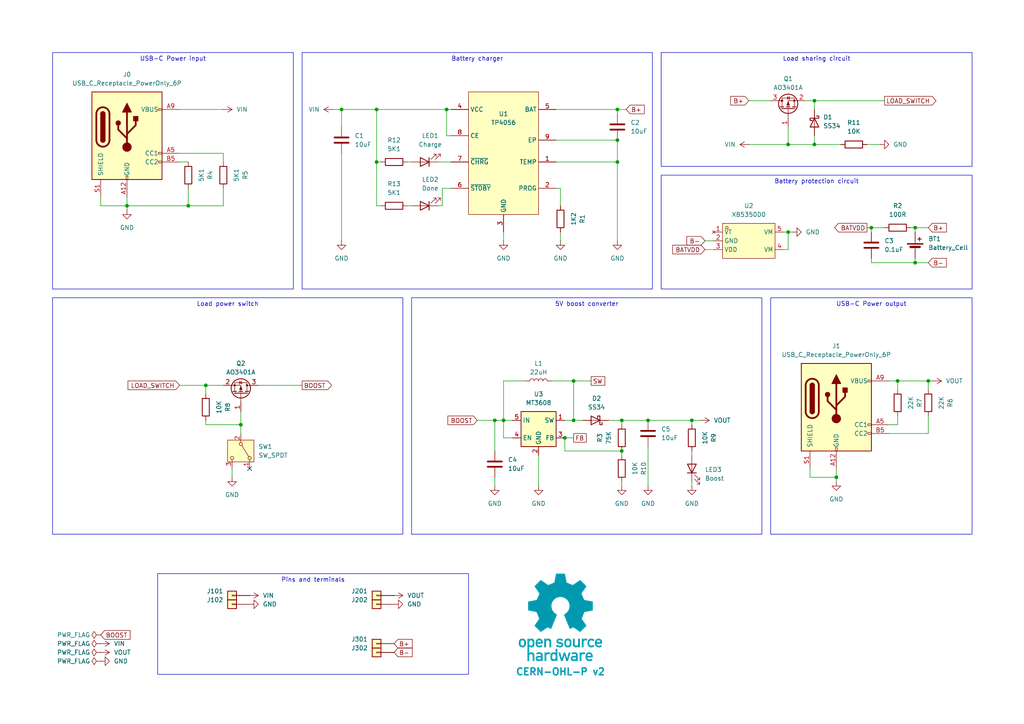
<source format=kicad_sch>
(kicad_sch (version 20231120) (generator "eeschema") (generator_version "8.0")
  (paper "A4")
  (lib_symbols
    (symbol "Conn_01x01_1" (pin_numbers hide) (pin_names (offset 1.016) hide)
      (property "Reference" "J" (at 0 2.54 0))
      (property "Value" "Conn_01x01" (at 0 -2.54 0))
      (symbol "Conn_01x01_1_1_1"
        (rectangle (start -1.27 0.127) (end 0 -0.127) (stroke (width 0.1524)))
        (rectangle (start -1.27 1.27) (end 1.27 -1.27) (stroke (width 0.254)) (fill (type background)))
        (pin passive line (at -5.08 0 0) (length 3.81) (name "Pin_1") (number "1"))
      )
    )
    (symbol "Connector:USB_C_Receptacle_PowerOnly_6P" (pin_names (offset 1.016))
      (property "Reference" "J" (at 0 16.51 0))
      (property "Value" "USB_C_Receptacle_PowerOnly_6P" (at 0 13.97 0))
      (symbol "USB_C_Receptacle_PowerOnly_6P_0_0"
        (rectangle (start -0.254 -12.7) (end 0.254 -11.684))
        (rectangle (start 10.16 -7.366) (end 9.144 -7.874))
        (rectangle (start 10.16 -4.826) (end 9.144 -5.334))
        (rectangle (start 10.16 7.874) (end 9.144 7.366))
      )
      (symbol "USB_C_Receptacle_PowerOnly_6P_0_1"
        (rectangle (start -10.16 12.7) (end 10.16 -12.7) (stroke (width 0.254)) (fill (type background)))
        (arc (start -8.89 -1.27) (mid -6.985 -3.1667) (end -5.08 -1.27) (stroke (width 0.508)))
        (arc (start -7.62 -1.27) (mid -6.985 -1.9023) (end -6.35 -1.27) (stroke (width 0.254)))
        (arc (start -7.62 -1.27) (mid -6.985 -1.9023) (end -6.35 -1.27) (stroke (width 0.254)) (fill (type outline)))
        (rectangle (start -7.62 -1.27) (end -6.35 6.35) (stroke (width 0.254)) (fill (type outline)))
        (arc (start -6.35 6.35) (mid -6.985 6.9823) (end -7.62 6.35) (stroke (width 0.254)))
        (arc (start -6.35 6.35) (mid -6.985 6.9823) (end -7.62 6.35) (stroke (width 0.254)) (fill (type outline)))
        (arc (start -5.08 6.35) (mid -6.985 8.2467) (end -8.89 6.35) (stroke (width 0.508)))
        (circle (center -2.54 3.683) (radius 0.635) (stroke (width 0.254)) (fill (type outline)))
        (circle (center 0 -3.302) (radius 1.27) (fill (type outline)))
        (polyline (pts (xy -8.89 -1.27) (xy -8.89 6.35)) (stroke (width 0.508)))
        (polyline (pts (xy -5.08 6.35) (xy -5.08 -1.27)) (stroke (width 0.508)))
        (polyline (pts (xy 0 -3.302) (xy 0 6.858)) (stroke (width 0.508)))
        (polyline (pts (xy 0 -0.762) (xy -2.54 1.778) (xy -2.54 3.048)) (stroke (width 0.508)))
        (polyline (pts (xy 0 0.508) (xy 2.54 3.048) (xy 2.54 4.318)) (stroke (width 0.508)))
        (polyline (pts (xy -1.27 6.858) (xy 0 9.398) (xy 1.27 6.858) (xy -1.27 6.858)) (stroke (width 0.254)) (fill (type outline)))
        (rectangle (start 1.905 4.318) (end 3.175 5.588) (stroke (width 0.254)) (fill (type outline)))
      )
      (symbol "USB_C_Receptacle_PowerOnly_6P_1_1"
        (pin passive line (at 0 -17.78 90) (length 5.08) (name "GND") (number "A12"))
        (pin bidirectional line (at 15.24 -5.08 180) (length 5.08) (name "CC1") (number "A5"))
        (pin passive line (at 15.24 7.62 180) (length 5.08) (name "VBUS") (number "A9"))
        (pin passive line (at 0 -17.78 90) (length 5.08) hide (name "GND") (number "B12"))
        (pin bidirectional line (at 15.24 -7.62 180) (length 5.08) (name "CC2") (number "B5"))
        (pin passive line (at 15.24 7.62 180) (length 5.08) hide (name "VBUS") (number "B9"))
        (pin passive line (at -7.62 -17.78 90) (length 5.08) (name "SHIELD") (number "S1"))
      )
    )
    (symbol "Connector_Generic:Conn_01x01" (pin_numbers hide) (pin_names (offset 1.016) hide)
      (property "Reference" "J" (at 0 2.54 0))
      (property "Value" "Conn_01x01" (at 0 -2.54 0))
      (symbol "Conn_01x01_1_1"
        (rectangle (start -1.27 0.127) (end 0 -0.127) (stroke (width 0.1524)))
        (rectangle (start -1.27 1.27) (end 1.27 -1.27) (stroke (width 0.254)) (fill (type background)))
        (pin passive line (at -5.08 0 0) (length 3.81) (name "Pin_1") (number "1"))
      )
    )
    (symbol "Device:Battery_Cell" (pin_numbers hide) (pin_names (offset 0) hide)
      (property "Reference" "BT" (at 2.54 2.54 0))
      (property "Value" "Battery_Cell" (at 2.54 0 0))
      (symbol "Battery_Cell_0_1"
        (rectangle (start -2.286 1.778) (end 2.286 1.524) (fill (type outline)))
        (rectangle (start -1.524 1.016) (end 1.524 0.508) (fill (type outline)))
        (polyline (pts (xy 0 0.762) (xy 0 0)))
        (polyline (pts (xy 0 1.778) (xy 0 2.54)))
        (polyline (pts (xy 0.762 3.048) (xy 1.778 3.048)) (stroke (width 0.254)))
        (polyline (pts (xy 1.27 3.556) (xy 1.27 2.54)) (stroke (width 0.254)))
      )
      (symbol "Battery_Cell_1_1"
        (pin passive line (at 0 5.08 270) (length 2.54) (name "+") (number "1"))
        (pin passive line (at 0 -2.54 90) (length 2.54) (name "-") (number "2"))
      )
    )
    (symbol "Device:C" (pin_numbers hide) (pin_names (offset 0.254))
      (property "Reference" "C" (at 0.635 2.54 0))
      (property "Value" "C" (at 0.635 -2.54 0))
      (symbol "C_0_1"
        (polyline (pts (xy -2.032 -0.762) (xy 2.032 -0.762)) (stroke (width 0.508)))
        (polyline (pts (xy -2.032 0.762) (xy 2.032 0.762)) (stroke (width 0.508)))
      )
      (symbol "C_1_1"
        (pin passive line (at 0 3.81 270) (length 2.794) (name "~") (number "1"))
        (pin passive line (at 0 -3.81 90) (length 2.794) (name "~") (number "2"))
      )
    )
    (symbol "Device:L" (pin_numbers hide) (pin_names (offset 1.016) hide)
      (property "Reference" "L" (at -1.27 0 90))
      (property "Value" "L" (at 1.905 0 90))
      (symbol "L_0_1"
        (arc (start 0 -2.54) (mid 0.6323 -1.905) (end 0 -1.27))
        (arc (start 0 -1.27) (mid 0.6323 -0.635) (end 0 0))
        (arc (start 0 0) (mid 0.6323 0.635) (end 0 1.27))
        (arc (start 0 1.27) (mid 0.6323 1.905) (end 0 2.54))
      )
      (symbol "L_1_1"
        (pin passive line (at 0 3.81 270) (length 1.27) (name "1") (number "1"))
        (pin passive line (at 0 -3.81 90) (length 1.27) (name "2") (number "2"))
      )
    )
    (symbol "Device:LED" (pin_numbers hide) (pin_names (offset 1.016) hide)
      (property "Reference" "D" (at 0 2.54 0))
      (property "Value" "LED" (at 0 -2.54 0))
      (symbol "LED_0_1"
        (polyline (pts (xy -1.27 -1.27) (xy -1.27 1.27)) (stroke (width 0.254)))
        (polyline (pts (xy -1.27 0) (xy 1.27 0)))
        (polyline (pts (xy 1.27 -1.27) (xy 1.27 1.27) (xy -1.27 0) (xy 1.27 -1.27)) (stroke (width 0.254)))
        (polyline (pts (xy -3.048 -0.762) (xy -4.572 -2.286) (xy -3.81 -2.286) (xy -4.572 -2.286) (xy -4.572 -1.524)))
        (polyline (pts (xy -1.778 -0.762) (xy -3.302 -2.286) (xy -2.54 -2.286) (xy -3.302 -2.286) (xy -3.302 -1.524)))
      )
      (symbol "LED_1_1"
        (pin passive line (at -3.81 0 0) (length 2.54) (name "K") (number "1"))
        (pin passive line (at 3.81 0 180) (length 2.54) (name "A") (number "2"))
      )
    )
    (symbol "Device:R" (pin_numbers hide) (pin_names (offset 0))
      (property "Reference" "R" (at 2.032 0 90))
      (property "Value" "R" (at 0 0 90))
      (symbol "R_0_1"
        (rectangle (start -1.016 -2.54) (end 1.016 2.54) (stroke (width 0.254)))
      )
      (symbol "R_1_1"
        (pin passive line (at 0 3.81 270) (length 1.27) (name "~") (number "1"))
        (pin passive line (at 0 -3.81 90) (length 1.27) (name "~") (number "2"))
      )
    )
    (symbol "Diode:SS34" (pin_numbers hide) (pin_names (offset 1.016) hide)
      (property "Reference" "D" (at 0 2.54 0))
      (property "Value" "SS34" (at 0 -2.54 0))
      (symbol "SS34_0_1"
        (polyline (pts (xy 1.27 0) (xy -1.27 0)))
        (polyline (pts (xy 1.27 1.27) (xy 1.27 -1.27) (xy -1.27 0) (xy 1.27 1.27)) (stroke (width 0.254)))
        (polyline (pts (xy -1.905 0.635) (xy -1.905 1.27) (xy -1.27 1.27) (xy -1.27 -1.27) (xy -0.635 -1.27) (xy -0.635 -0.635)) (stroke (width 0.254)))
      )
      (symbol "SS34_1_1"
        (pin passive line (at -3.81 0 0) (length 2.54) (name "K") (number "1"))
        (pin passive line (at 3.81 0 180) (length 2.54) (name "A") (number "2"))
      )
    )
    (symbol "Switch:SW_SPDT" (pin_names (offset 0) hide)
      (property "Reference" "SW" (at 0 5.08 0))
      (property "Value" "SW_SPDT" (at 0 -5.08 0))
      (symbol "SW_SPDT_0_1"
        (circle (center -2.032 0) (radius 0.4572))
        (polyline (pts (xy -1.651 0.254) (xy 1.651 2.286)))
        (circle (center 2.032 -2.54) (radius 0.4572))
        (circle (center 2.032 2.54) (radius 0.4572))
      )
      (symbol "SW_SPDT_1_1"
        (rectangle (start -3.175 3.81) (end 3.175 -3.81) (fill (type background)))
        (pin passive line (at 5.08 2.54 180) (length 2.54) (name "A") (number "1"))
        (pin passive line (at -5.08 0 0) (length 2.54) (name "B") (number "2"))
        (pin passive line (at 5.08 -2.54 180) (length 2.54) (name "C") (number "3"))
      )
    )
    (symbol "Transistor_FET:AO3401A" (pin_names hide)
      (property "Reference" "Q" (at 5.08 1.905 0))
      (property "Value" "AO3401A" (at 5.08 0 0))
      (symbol "AO3401A_0_1"
        (polyline (pts (xy 0.254 0) (xy -2.54 0)))
        (polyline (pts (xy 0.254 1.905) (xy 0.254 -1.905)) (stroke (width 0.254)))
        (polyline (pts (xy 0.762 -1.27) (xy 0.762 -2.286)) (stroke (width 0.254)))
        (polyline (pts (xy 0.762 0.508) (xy 0.762 -0.508)) (stroke (width 0.254)))
        (polyline (pts (xy 0.762 2.286) (xy 0.762 1.27)) (stroke (width 0.254)))
        (polyline (pts (xy 2.54 2.54) (xy 2.54 1.778)))
        (polyline (pts (xy 2.54 -2.54) (xy 2.54 0) (xy 0.762 0)))
        (polyline (pts (xy 0.762 1.778) (xy 3.302 1.778) (xy 3.302 -1.778) (xy 0.762 -1.778)))
        (polyline (pts (xy 2.286 0) (xy 1.27 0.381) (xy 1.27 -0.381) (xy 2.286 0)) (fill (type outline)))
        (polyline (pts (xy 2.794 -0.508) (xy 2.921 -0.381) (xy 3.683 -0.381) (xy 3.81 -0.254)))
        (polyline (pts (xy 3.302 -0.381) (xy 2.921 0.254) (xy 3.683 0.254) (xy 3.302 -0.381)))
        (circle (center 1.651 0) (radius 2.794) (stroke (width 0.254)))
        (circle (center 2.54 -1.778) (radius 0.254) (fill (type outline)))
        (circle (center 2.54 1.778) (radius 0.254) (fill (type outline)))
      )
      (symbol "AO3401A_1_1"
        (pin input line (at -5.08 0 0) (length 2.54) (name "G") (number "1"))
        (pin passive line (at 2.54 -5.08 90) (length 2.54) (name "S") (number "2"))
        (pin passive line (at 2.54 5.08 270) (length 2.54) (name "D") (number "3"))
      )
    )
    (symbol "lcsc:MT3608"
      (property "Reference" "U" (at -2.54 8.89 0))
      (property "Value" "MT3608" (at -3.81 6.35 0))
      (symbol "MT3608_0_1"
        (rectangle (start -5.08 5.08) (end 5.08 -5.08) (stroke (width 0.254)) (fill (type background)))
      )
      (symbol "MT3608_1_1"
        (pin passive line (at 7.62 2.54 180) (length 2.54) (name "SW") (number "1"))
        (pin power_in line (at 0 -7.62 90) (length 2.54) (name "GND") (number "2"))
        (pin input line (at 7.62 -2.54 180) (length 2.54) (name "FB") (number "3"))
        (pin input line (at -7.62 -2.54 0) (length 2.54) (name "EN") (number "4"))
        (pin power_in line (at -7.62 2.54 0) (length 2.54) (name "IN") (number "5"))
        (pin no_connect line (at 5.08 0 180) (length 2.54) hide (name "NC") (number "6"))
      )
    )
    (symbol "lcsc:TP4056"
      (property "Reference" "U" (at 0 20.32 0))
      (property "Value" "TP4056" (at 0 -25.4 0))
      (symbol "TP4056_0_1"
        (rectangle (start -10.16 20.32) (end 10.16 -15.24) (fill (type background)))
      )
      (symbol "TP4056_1_1"
        (pin input line (at 15.24 0 180) (length 5.08) (name "TEMP") (number "1"))
        (pin input line (at 15.24 -7.62 180) (length 5.08) (name "PROG") (number "2"))
        (pin power_in line (at 0 -20.32 90) (length 5.08) (name "GND") (number "3"))
        (pin power_in line (at -15.24 15.24 0) (length 5.08) (name "VCC") (number "4"))
        (pin power_out line (at 15.24 15.24 180) (length 5.08) (name "BAT") (number "5"))
        (pin open_collector line (at -15.24 -7.62 0) (length 5.08) (name "~{STDBY}") (number "6"))
        (pin open_collector line (at -15.24 0 0) (length 5.08) (name "~{CHRG}") (number "7"))
        (pin input line (at -15.24 7.62 0) (length 5.08) (name "CE") (number "8"))
        (pin power_in line (at 15.24 6.35 180) (length 5.08) (name "EP") (number "9"))
      )
    )
    (symbol "lcsc:XB5350D0"
      (property "Reference" "U" (at 0 7.62 0))
      (property "Value" "XB5350D0" (at 0 -7.62 0))
      (symbol "XB5350D0_0_1"
        (rectangle (start -7.62 5.08) (end 7.62 -5.08) (fill (type background)))
        (circle (center -6.35 3.81) (radius 0.38))
      )
      (symbol "XB5350D0_1_1"
        (pin no_connect line (at -10.16 2.54 0) (length 2.54) (name "VT") (number "1"))
        (pin input line (at -10.16 0 0) (length 2.54) (name "GND") (number "2"))
        (pin input line (at -10.16 -2.54 0) (length 2.54) (name "VDD") (number "3"))
        (pin input line (at 10.16 -2.54 180) (length 2.54) (name "VM") (number "4"))
        (pin input line (at 10.16 2.54 180) (length 2.54) (name "VM") (number "5"))
      )
    )
    (symbol "power:+5V" (power) (pin_numbers hide) (pin_names (offset 0) hide)
      (property "Value" "+5V" (at 0 3.556 0))
      (symbol "+5V_0_1"
        (polyline (pts (xy -0.762 1.27) (xy 0 2.54)))
        (polyline (pts (xy 0 0) (xy 0 2.54)))
        (polyline (pts (xy 0 2.54) (xy 0.762 1.27)))
      )
      (symbol "+5V_1_1"
        (pin power_in line (at 0 0 90) (length 0) (name "~") (number "1"))
      )
    )
    (symbol "power:GND" (power) (pin_numbers hide) (pin_names (offset 0) hide)
      (property "Value" "GND" (at 0 -3.81 0))
      (symbol "GND_0_1"
        (polyline (pts (xy 0 0) (xy 0 -1.27) (xy 1.27 -1.27) (xy 0 -2.54) (xy -1.27 -1.27) (xy 0 -1.27)))
      )
      (symbol "GND_1_1"
        (pin power_in line (at 0 0 270) (length 0) (name "~") (number "1"))
      )
    )
    (symbol "power:PWR_FLAG" (power) (pin_numbers hide) (pin_names (offset 0) hide)
      (property "Value" "PWR_FLAG" (at 0 3.81 0))
      (symbol "PWR_FLAG_0_0"
        (pin power_out line (at 0 0 90) (length 0) (name "~") (number "1"))
      )
      (symbol "PWR_FLAG_0_1"
        (polyline (pts (xy 0 0) (xy 0 1.27) (xy -1.016 1.905) (xy 0 2.54) (xy 1.016 1.905) (xy 0 1.27)))
      )
    )
    (symbol "power:VCC" (power) (pin_numbers hide) (pin_names (offset 0) hide)
      (property "Value" "VCC" (at 0 3.556 0))
      (symbol "VCC_0_1"
        (polyline (pts (xy -0.762 1.27) (xy 0 2.54)))
        (polyline (pts (xy 0 0) (xy 0 2.54)))
        (polyline (pts (xy 0 2.54) (xy 0.762 1.27)))
      )
      (symbol "VCC_1_1"
        (pin power_in line (at 0 0 90) (length 0) (name "~") (number "1"))
      )
    )
  )
  (junction (at 236.22 29.21))
  (junction (at 200.66 121.92))
  (junction (at 187.96 121.92))
  (junction (at 99.06 31.75))
  (junction (at 166.37 121.92))
  (junction (at 146.05 121.92))
  (junction (at 180.34 130.81))
  (junction (at 179.07 31.75))
  (junction (at 236.22 41.91))
  (junction (at 69.85 123.19))
  (junction (at 163.83 127))
  (junction (at 265.43 66.04))
  (junction (at 260.35 110.49))
  (junction (at 109.22 31.75))
  (junction (at 179.07 40.64))
  (junction (at 242.57 138.43))
  (junction (at 252.73 66.04))
  (junction (at 265.43 76.2))
  (junction (at 166.37 110.49))
  (junction (at 269.24 110.49))
  (junction (at 59.69 111.76))
  (junction (at 179.07 46.99))
  (junction (at 129.54 31.75))
  (junction (at 54.61 59.69))
  (junction (at 228.6 67.31))
  (junction (at 228.6 41.91))
  (junction (at 36.83 59.69))
  (junction (at 180.34 121.92))
  (junction (at 143.51 121.92))
  (junction (at 109.22 46.99))
  (no_connect (at 72.39 135.89))
  (wire (pts (xy 36.83 59.69) (xy 36.83 60.96)))
  (wire (pts (xy 160.02 110.49) (xy 166.37 110.49)))
  (wire (pts (xy 166.37 121.92) (xy 163.83 121.92)))
  (wire (pts (xy 228.6 72.39) (xy 228.6 67.31)))
  (wire (pts (xy 176.53 121.92) (xy 180.34 121.92)))
  (wire (pts (xy 163.83 130.81) (xy 180.34 130.81)))
  (wire (pts (xy 269.24 120.65) (xy 269.24 125.73)))
  (wire (pts (xy 143.51 130.81) (xy 143.51 121.92)))
  (wire (pts (xy 59.69 121.92) (xy 59.69 123.19)))
  (wire (pts (xy 179.07 46.99) (xy 179.07 40.64)))
  (wire (pts (xy 109.22 46.99) (xy 110.49 46.99)))
  (wire (pts (xy 128.27 54.61) (xy 130.81 54.61)))
  (wire (pts (xy 180.34 121.92) (xy 180.34 123.19)))
  (wire (pts (xy 29.21 57.15) (xy 29.21 59.69)))
  (wire (pts (xy 187.96 129.54) (xy 187.96 140.97)))
  (wire (pts (xy 242.57 135.89) (xy 242.57 138.43)))
  (wire (pts (xy 229.87 67.31) (xy 228.6 67.31)))
  (wire (pts (xy 228.6 36.83) (xy 228.6 41.91)))
  (wire (pts (xy 64.77 44.45) (xy 64.77 46.99)))
  (wire (pts (xy 64.77 59.69) (xy 54.61 59.69)))
  (wire (pts (xy 179.07 31.75) (xy 181.61 31.75)))
  (wire (pts (xy 148.59 127) (xy 146.05 127)))
  (wire (pts (xy 269.24 110.49) (xy 270.51 110.49)))
  (wire (pts (xy 146.05 127) (xy 146.05 121.92)))
  (wire (pts (xy 251.46 66.04) (xy 252.73 66.04)))
  (wire (pts (xy 242.57 138.43) (xy 242.57 139.7)))
  (wire (pts (xy 217.17 29.21) (xy 223.52 29.21)))
  (wire (pts (xy 179.07 33.02) (xy 179.07 31.75)))
  (wire (pts (xy 99.06 44.45) (xy 99.06 69.85)))
  (wire (pts (xy 162.56 54.61) (xy 162.56 59.69)))
  (wire (pts (xy 109.22 31.75) (xy 129.54 31.75)))
  (wire (pts (xy 161.29 46.99) (xy 179.07 46.99)))
  (wire (pts (xy 180.34 140.97) (xy 180.34 139.7)))
  (wire (pts (xy 130.81 39.37) (xy 129.54 39.37)))
  (wire (pts (xy 200.66 130.81) (xy 200.66 132.08)))
  (wire (pts (xy 129.54 31.75) (xy 130.81 31.75)))
  (wire (pts (xy 127 59.69) (xy 128.27 59.69)))
  (wire (pts (xy 162.56 67.31) (xy 162.56 69.85)))
  (wire (pts (xy 260.35 120.65) (xy 260.35 123.19)))
  (wire (pts (xy 59.69 114.3) (xy 59.69 111.76)))
  (wire (pts (xy 166.37 121.92) (xy 168.91 121.92)))
  (wire (pts (xy 67.31 135.89) (xy 67.31 138.43)))
  (wire (pts (xy 256.54 66.04) (xy 252.73 66.04)))
  (wire (pts (xy 236.22 41.91) (xy 228.6 41.91)))
  (wire (pts (xy 118.11 46.99) (xy 119.38 46.99)))
  (wire (pts (xy 265.43 76.2) (xy 269.24 76.2)))
  (wire (pts (xy 146.05 121.92) (xy 148.59 121.92)))
  (wire (pts (xy 99.06 31.75) (xy 109.22 31.75)))
  (wire (pts (xy 217.17 41.91) (xy 228.6 41.91)))
  (wire (pts (xy 180.34 130.81) (xy 180.34 132.08)))
  (wire (pts (xy 161.29 31.75) (xy 179.07 31.75)))
  (wire (pts (xy 143.51 138.43) (xy 143.51 140.97)))
  (wire (pts (xy 161.29 40.64) (xy 179.07 40.64)))
  (wire (pts (xy 166.37 110.49) (xy 171.45 110.49)))
  (wire (pts (xy 52.07 31.75) (xy 64.77 31.75)))
  (wire (pts (xy 146.05 67.31) (xy 146.05 69.85)))
  (wire (pts (xy 36.83 57.15) (xy 36.83 59.69)))
  (wire (pts (xy 52.07 44.45) (xy 64.77 44.45)))
  (wire (pts (xy 204.47 69.85) (xy 207.01 69.85)))
  (wire (pts (xy 29.21 59.69) (xy 36.83 59.69)))
  (wire (pts (xy 269.24 110.49) (xy 269.24 113.03)))
  (wire (pts (xy 227.33 72.39) (xy 228.6 72.39)))
  (wire (pts (xy 129.54 39.37) (xy 129.54 31.75)))
  (wire (pts (xy 52.07 111.76) (xy 59.69 111.76)))
  (wire (pts (xy 236.22 39.37) (xy 236.22 41.91)))
  (wire (pts (xy 260.35 110.49) (xy 260.35 113.03)))
  (wire (pts (xy 64.77 54.61) (xy 64.77 59.69)))
  (wire (pts (xy 52.07 46.99) (xy 54.61 46.99)))
  (wire (pts (xy 234.95 138.43) (xy 242.57 138.43)))
  (wire (pts (xy 200.66 121.92) (xy 203.2 121.92)))
  (wire (pts (xy 161.29 54.61) (xy 162.56 54.61)))
  (wire (pts (xy 54.61 54.61) (xy 54.61 59.69)))
  (wire (pts (xy 265.43 66.04) (xy 265.43 67.31)))
  (wire (pts (xy 234.95 135.89) (xy 234.95 138.43)))
  (wire (pts (xy 252.73 74.93) (xy 252.73 76.2)))
  (wire (pts (xy 163.83 127) (xy 166.37 127)))
  (wire (pts (xy 128.27 59.69) (xy 128.27 54.61)))
  (wire (pts (xy 109.22 31.75) (xy 109.22 46.99)))
  (wire (pts (xy 143.51 121.92) (xy 146.05 121.92)))
  (wire (pts (xy 252.73 76.2) (xy 265.43 76.2)))
  (wire (pts (xy 69.85 123.19) (xy 69.85 119.38)))
  (wire (pts (xy 251.46 41.91) (xy 255.27 41.91)))
  (wire (pts (xy 59.69 123.19) (xy 69.85 123.19)))
  (wire (pts (xy 180.34 121.92) (xy 187.96 121.92)))
  (wire (pts (xy 252.73 66.04) (xy 252.73 67.31)))
  (wire (pts (xy 236.22 29.21) (xy 236.22 31.75)))
  (wire (pts (xy 265.43 76.2) (xy 265.43 74.93)))
  (wire (pts (xy 233.68 29.21) (xy 236.22 29.21)))
  (wire (pts (xy 200.66 121.92) (xy 200.66 123.19)))
  (wire (pts (xy 179.07 69.85) (xy 179.07 46.99)))
  (wire (pts (xy 200.66 139.7) (xy 200.66 140.97)))
  (wire (pts (xy 69.85 123.19) (xy 69.85 125.73)))
  (wire (pts (xy 109.22 59.69) (xy 109.22 46.99)))
  (wire (pts (xy 264.16 66.04) (xy 265.43 66.04)))
  (wire (pts (xy 146.05 110.49) (xy 146.05 121.92)))
  (wire (pts (xy 74.93 111.76) (xy 87.63 111.76)))
  (wire (pts (xy 138.43 121.92) (xy 143.51 121.92)))
  (wire (pts (xy 99.06 31.75) (xy 99.06 36.83)))
  (wire (pts (xy 236.22 29.21) (xy 256.54 29.21)))
  (wire (pts (xy 110.49 59.69) (xy 109.22 59.69)))
  (wire (pts (xy 257.81 110.49) (xy 260.35 110.49)))
  (wire (pts (xy 54.61 59.69) (xy 36.83 59.69)))
  (wire (pts (xy 204.47 72.39) (xy 207.01 72.39)))
  (wire (pts (xy 163.83 127) (xy 163.83 130.81)))
  (wire (pts (xy 156.21 132.08) (xy 156.21 140.97)))
  (wire (pts (xy 265.43 66.04) (xy 269.24 66.04)))
  (wire (pts (xy 118.11 59.69) (xy 119.38 59.69)))
  (wire (pts (xy 166.37 110.49) (xy 166.37 121.92)))
  (wire (pts (xy 257.81 123.19) (xy 260.35 123.19)))
  (wire (pts (xy 260.35 110.49) (xy 269.24 110.49)))
  (wire (pts (xy 236.22 41.91) (xy 243.84 41.91)))
  (wire (pts (xy 228.6 67.31) (xy 227.33 67.31)))
  (wire (pts (xy 127 46.99) (xy 130.81 46.99)))
  (wire (pts (xy 96.52 31.75) (xy 99.06 31.75)))
  (wire (pts (xy 187.96 121.92) (xy 200.66 121.92)))
  (wire (pts (xy 146.05 110.49) (xy 152.4 110.49)))
  (wire (pts (xy 59.69 111.76) (xy 64.77 111.76)))
  (wire (pts (xy 257.81 125.73) (xy 269.24 125.73)))
  (image (at 162.56 179.07) (scale 0.37481))
  (text_box "Pins and terminals" (at 45.72 166.37 0) (size 90.17 29.21) (effects (font (size 1.27 1.27)) (justify top)))
  (text_box "Battery protection circuit" (at 191.77 50.8 0) (size 90.17 33.02) (effects (font (size 1.27 1.27)) (justify top)))
  (text_box "USB-C Power output" (at 223.52 86.36 0) (size 58.42 68.58) (effects (font (size 1.27 1.27)) (justify top)))
  (text_box "USB-C Power input" (at 15.24 15.24 0) (size 69.85 68.58) (effects (font (size 1.27 1.27)) (justify top)))
  (text_box "Load sharing circuit" (at 191.77 15.24 0) (size 90.17 33.02) (effects (font (size 1.27 1.27)) (justify top)))
  (text_box "Load power switch" (at 15.24 86.36 0) (size 101.6 68.58) (effects (font (size 1.27 1.27)) (justify top)))
  (text_box "Battery charger" (at 87.63 15.24 0) (size 101.6 68.58) (effects (font (size 1.27 1.27)) (justify top)))
  (text_box "5V boost converter\n" (at 119.38 86.36 0) (size 101.6 68.58) (effects (font (size 1.27 1.27)) (justify top)))
  (text "CERN-OHL-P v2" (at 162.56 195.072 0) (effects (font (size 2 2) (thickness 0.4) (bold yes))))
  (global_label "BOOST" (shape input) (at 29.21 184.15 0) (property "Intersheetrefs" "${INTERSHEET_REFS}" (effects (hide yes))))
  (global_label "LOAD_SWITCH" (shape input) (at 52.07 111.76 180) (property "Intersheetrefs" "${INTERSHEET_REFS}" (effects (hide yes))))
  (global_label "B-" (shape input) (at 114.3 189.23 0) (property "Intersheetrefs" "${INTERSHEET_REFS}" (effects (hide yes))))
  (global_label "SW" (shape passive) (at 171.45 110.49 0) (property "Intersheetrefs" "${INTERSHEET_REFS}" (effects (hide yes))))
  (global_label "B+" (shape input) (at 114.3 186.69 0) (property "Intersheetrefs" "${INTERSHEET_REFS}" (effects (hide yes))))
  (global_label "BOOST" (shape input) (at 138.43 121.92 180) (property "Intersheetrefs" "${INTERSHEET_REFS}" (effects (hide yes))))
  (global_label "FB" (shape passive) (at 166.37 127 0) (property "Intersheetrefs" "${INTERSHEET_REFS}" (effects (hide yes))))
  (global_label "B-" (shape input) (at 204.47 69.85 180) (property "Intersheetrefs" "${INTERSHEET_REFS}" (effects (hide yes))))
  (global_label "BATVDD" (shape input) (at 204.47 72.39 180) (property "Intersheetrefs" "${INTERSHEET_REFS}" (effects (hide yes))))
  (global_label "B+" (shape input) (at 181.61 31.75 0) (property "Intersheetrefs" "${INTERSHEET_REFS}" (effects (hide yes))))
  (global_label "B+" (shape input) (at 269.24 66.04 0) (property "Intersheetrefs" "${INTERSHEET_REFS}" (effects (hide yes))))
  (global_label "B-" (shape input) (at 269.24 76.2 0) (property "Intersheetrefs" "${INTERSHEET_REFS}" (effects (hide yes))))
  (global_label "B+" (shape input) (at 217.17 29.21 180) (property "Intersheetrefs" "${INTERSHEET_REFS}" (effects (hide yes))))
  (global_label "BOOST" (shape output) (at 87.63 111.76 0) (property "Intersheetrefs" "${INTERSHEET_REFS}" (effects (hide yes))))
  (global_label "BATVDD" (shape output) (at 251.46 66.04 180) (property "Intersheetrefs" "${INTERSHEET_REFS}" (effects (hide yes))))
  (global_label "LOAD_SWITCH" (shape output) (at 256.54 29.21 0) (property "Intersheetrefs" "${INTERSHEET_REFS}" (effects (hide yes))))
  (symbol (lib_id "power:GND") (at 200.66 140.97 0) (unit 1)
    (property "Reference" "#PWR024" (effects (hide yes)))
    (property "Value" "GND" (at 200.66 146.05 0))
    (property "Description" "Power symbol creates a global label with name \"GND\" , ground" (effects (hide yes)))
  )
  (symbol (lib_id "Device:R") (at 64.77 50.8 0) (mirror y) (unit 1)
    (property "Reference" "R5" (at 71.12 50.8 90))
    (property "Value" "5K1" (at 68.58 50.8 90))
    (property "Footprint" "Resistor_SMD:R_0402_1005Metric" (effects (hide yes)))
    (property "Description" "Resistor" (effects (hide yes)))
    (property "LCSC Part" "C25905" (effects (hide yes)))
  )
  (symbol (lib_id "Connector_Generic:Conn_01x01") (at 109.22 186.69 0) (mirror y) (unit 1)
    (property "Reference" "J301" (at 106.68 185.4199 0) (effects (justify left)))
    (property "Value" "Conn_01x01" (effects (hide yes)))
    (property "Footprint" "custom:PinHeader_1x01_P2.54mm_simple" (effects (hide yes)))
    (property "Description" "Generic connector, single row, 01x01, script generated (kicad-library-utils/schlib/autogen/connector/)" (effects (hide yes)))
  )
  (symbol (lib_id "power:+5V") (at 203.2 121.92 270) (unit 1)
    (property "Reference" "#PWR025" (effects (hide yes)))
    (property "Value" "VOUT" (at 207.01 121.9199 90) (effects (justify left)))
    (property "Description" "Power symbol creates a global label with name \"+5V\"" (effects (hide yes)))
  )
  (symbol (lib_id "Device:R") (at 247.65 41.91 90) (mirror x) (unit 1)
    (property "Reference" "R11" (at 247.65 35.56 90))
    (property "Value" "10K" (at 247.65 38.1 90))
    (property "Footprint" "Resistor_SMD:R_0402_1005Metric" (effects (hide yes)))
    (property "Description" "Resistor" (effects (hide yes)))
    (property "LCSC Part" "C25744" (effects (hide yes)))
  )
  (symbol (lib_id "Device:LED") (at 200.66 135.89 90) (unit 1)
    (property "Reference" "LED3" (at 204.47 136.2074 90) (effects (justify right)))
    (property "Value" "Boost" (at 204.47 138.7474 90) (effects (justify right)))
    (property "Footprint" "custom:LED_0805_2012Metric_Pad1.15x1.40mm_HandSolder_simple" (effects (hide yes)))
    (property "Description" "Light emitting diode" (effects (hide yes)))
  )
  (symbol (lib_id "Connector_Generic:Conn_01x01") (at 109.22 172.72 0) (mirror y) (unit 1)
    (property "Reference" "J201" (at 106.68 171.4499 0) (effects (justify left)))
    (property "Value" "Conn_01x01" (effects (hide yes)))
    (property "Footprint" "custom:PinHeader_1x01_P2.54mm_simple" (effects (hide yes)))
    (property "Description" "Generic connector, single row, 01x01, script generated (kicad-library-utils/schlib/autogen/connector/)" (effects (hide yes)))
  )
  (symbol (lib_id "Connector:USB_C_Receptacle_PowerOnly_6P") (at 242.57 118.11 0) (unit 1)
    (property "Reference" "J1" (at 242.57 100.33 0))
    (property "Value" "USB_C_Receptacle_PowerOnly_6P" (at 242.57 102.87 0))
    (property "Footprint" "custom:USB_C_Receptacle_GCT_USB4125-xx-x_6P_TopMnt_Horizontal_handsolder" (effects (hide yes)))
    (property "Datasheet" "https://www.usb.org/sites/default/files/documents/usb_type-c.zip" (effects (hide yes)))
    (property "Description" "USB Power-Only 6P Type-C Receptacle connector" (effects (hide yes)))
  )
  (symbol (lib_id "power:GND") (at 242.57 139.7 0) (unit 1)
    (property "Reference" "#PWR023" (effects (hide yes)))
    (property "Value" "GND" (at 242.57 144.78 0))
    (property "Description" "Power symbol creates a global label with name \"GND\" , ground" (effects (hide yes)))
  )
  (symbol (lib_id "Diode:SS34") (at 236.22 35.56 270) (unit 1)
    (property "Reference" "D1" (at 238.76 33.9724 90) (effects (justify left)))
    (property "Value" "SS34" (at 238.76 36.5124 90) (effects (justify left)))
    (property "Footprint" "custom:D_SMA_simple" (effects (hide yes)))
    (property "Datasheet" "https://www.vishay.com/docs/88751/ss32.pdf" (effects (hide yes)))
    (property "Description" "40V 3A Schottky Diode, SMA" (effects (hide yes)))
    (property "LCSC Part" "C8678" (effects (hide yes)))
  )
  (symbol (lib_id "Device:R") (at 114.3 46.99 90) (mirror x) (unit 1)
    (property "Reference" "R12" (at 114.3 40.64 90))
    (property "Value" "5K1" (at 114.3 43.18 90))
    (property "Footprint" "Resistor_SMD:R_0402_1005Metric" (effects (hide yes)))
    (property "Description" "Resistor" (effects (hide yes)))
    (property "LCSC Part" "C25905" (effects (hide yes)))
  )
  (symbol (lib_id "power:GND") (at 114.3 175.26 90) (mirror x) (unit 1)
    (property "Reference" "#PWR012" (effects (hide yes)))
    (property "Value" "GND" (at 118.11 175.2599 90) (effects (justify right)))
    (property "Description" "Power symbol creates a global label with name \"GND\" , ground" (effects (hide yes)))
  )
  (symbol (lib_id "Device:R") (at 200.66 127 0) (mirror y) (unit 1)
    (property "Reference" "R9" (at 207.01 127 90))
    (property "Value" "10K" (at 204.47 127 90))
    (property "Footprint" "Resistor_SMD:R_0402_1005Metric" (effects (hide yes)))
    (property "Description" "Resistor" (effects (hide yes)))
    (property "LCSC Part" "C25744" (effects (hide yes)))
  )
  (symbol (lib_id "power:GND") (at 162.56 69.85 0) (unit 1)
    (property "Reference" "#PWR022" (effects (hide yes)))
    (property "Value" "GND" (at 162.56 74.93 0))
    (property "Description" "Power symbol creates a global label with name \"GND\" , ground" (effects (hide yes)))
  )
  (symbol (lib_id "Device:C") (at 252.73 71.12 180) (unit 1)
    (property "Reference" "C3" (at 256.54 69.8499 0) (effects (justify right)))
    (property "Value" "0.1uF" (at 256.54 72.3899 0) (effects (justify right)))
    (property "Footprint" "Capacitor_SMD:C_0402_1005Metric" (effects (hide yes)))
    (property "Description" "Unpolarized capacitor" (effects (hide yes)))
    (property "LCSC Part" "C1525" (effects (hide yes)))
  )
  (symbol (lib_id "Device:R") (at 180.34 127 0) (mirror y) (unit 1)
    (property "Reference" "R3" (at 173.99 127 90))
    (property "Value" "75K" (at 176.53 127 90))
    (property "Footprint" "Resistor_SMD:R_0402_1005Metric" (effects (hide yes)))
    (property "Description" "Resistor" (effects (hide yes)))
    (property "LCSC Part" "C25798" (effects (hide yes)))
  )
  (symbol (lib_id "power:VCC") (at 29.21 186.69 270) (unit 1)
    (property "Reference" "#PWR01" (effects (hide yes)))
    (property "Value" "VIN" (at 33.02 186.69 90) (effects (justify left)))
    (property "Description" "Power symbol creates a global label with name \"VCC\"" (effects (hide yes)))
  )
  (symbol (lib_id "Transistor_FET:AO3401A") (at 69.85 114.3 270) (mirror x) (unit 1)
    (property "Reference" "Q2" (at 69.85 105.41 90))
    (property "Value" "AO3401A" (at 69.85 107.95 90))
    (property "Footprint" "Package_TO_SOT_SMD:SOT-23" (effects (hide yes)))
    (property "Datasheet" "http://www.aosmd.com/pdfs/datasheet/AO3401A.pdf" (effects (hide yes)))
    (property "Description" "-4.0A Id, -30V Vds, P-Channel MOSFET, SOT-23" (effects (hide yes)))
    (property "LCSC Part" "C15127" (effects (hide yes)))
    (property "JLCPCB_CORRECTION" "0; 0; 180" (effects (hide yes)))
  )
  (symbol (lib_id "power:GND") (at 72.39 175.26 90) (mirror x) (unit 1)
    (property "Reference" "#PWR07" (effects (hide yes)))
    (property "Value" "GND" (at 76.2 175.2599 90) (effects (justify right)))
    (property "Description" "Power symbol creates a global label with name \"GND\" , ground" (effects (hide yes)))
  )
  (symbol (lib_id "power:GND") (at 255.27 41.91 90) (unit 1)
    (property "Reference" "#PWR019" (effects (hide yes)))
    (property "Value" "GND" (at 259.08 41.9099 90) (effects (justify right)))
    (property "Description" "Power symbol creates a global label with name \"GND\" , ground" (effects (hide yes)))
  )
  (symbol (lib_id "Device:R") (at 180.34 135.89 0) (mirror y) (unit 1)
    (property "Reference" "R10" (at 186.69 135.89 90))
    (property "Value" "10K" (at 184.15 135.89 90))
    (property "Footprint" "Resistor_SMD:R_0402_1005Metric" (effects (hide yes)))
    (property "Description" "Resistor" (effects (hide yes)))
    (property "LCSC Part" "C25744" (effects (hide yes)))
  )
  (symbol (lib_id "Device:R") (at 59.69 118.11 0) (mirror y) (unit 1)
    (property "Reference" "R8" (at 66.04 118.11 90))
    (property "Value" "10K" (at 63.5 118.11 90))
    (property "Footprint" "Resistor_SMD:R_0402_1005Metric" (effects (hide yes)))
    (property "Description" "Resistor" (effects (hide yes)))
    (property "LCSC Part" "C25744" (effects (hide yes)))
  )
  (symbol (lib_id "power:GND") (at 67.31 138.43 0) (unit 1)
    (property "Reference" "#PWR020" (effects (hide yes)))
    (property "Value" "GND" (at 67.31 143.51 0))
    (property "Description" "Power symbol creates a global label with name \"GND\" , ground" (effects (hide yes)))
  )
  (symbol (lib_id "power:VCC") (at 64.77 31.75 270) (unit 1)
    (property "Reference" "#PWR017" (effects (hide yes)))
    (property "Value" "VIN" (at 68.58 31.7499 90) (effects (justify left)))
    (property "Description" "Power symbol creates a global label with name \"VCC\"" (effects (hide yes)))
  )
  (symbol (lib_id "power:GND") (at 99.06 69.85 0) (unit 1)
    (property "Reference" "#PWR014" (effects (hide yes)))
    (property "Value" "GND" (at 99.06 74.93 0))
    (property "Description" "Power symbol creates a global label with name \"GND\" , ground" (effects (hide yes)))
  )
  (symbol (lib_id "power:GND") (at 187.96 140.97 0) (unit 1)
    (property "Reference" "#PWR09" (effects (hide yes)))
    (property "Value" "GND" (at 187.96 146.05 0))
    (property "Description" "Power symbol creates a global label with name \"GND\" , ground" (effects (hide yes)))
  )
  (symbol (lib_id "lcsc:XB5350D0") (at 217.17 69.85 0) (unit 1)
    (property "Reference" "U2" (at 217.17 59.69 0))
    (property "Value" "XB5350D0" (at 217.17 62.23 0))
    (property "Footprint" "custom:SOT-23-5_simple" (effects (hide yes)))
    (property "Datasheet" "https://www.lcsc.com/datasheet/lcsc_datasheet_2106062205_XySemi-XB5350D0_C2760002.pdf" (effects (hide yes)))
    (property "JLCPCB_CORRECTION" "0; 0; 180" (effects (hide yes)))
    (property "LCSC Part" "C2760002" (effects (hide yes)))
  )
  (symbol (lib_id "Device:R") (at 114.3 59.69 90) (mirror x) (unit 1)
    (property "Reference" "R13" (at 114.3 53.34 90))
    (property "Value" "5K1" (at 114.3 55.88 90))
    (property "Footprint" "Resistor_SMD:R_0402_1005Metric" (effects (hide yes)))
    (property "Description" "Resistor" (effects (hide yes)))
    (property "LCSC Part" "C25905" (effects (hide yes)))
  )
  (symbol (lib_id "Diode:SS34") (at 172.72 121.92 180) (unit 1)
    (property "Reference" "D2" (at 173.0375 115.57 0))
    (property "Value" "SS34" (at 173.0375 118.11 0))
    (property "Footprint" "custom:D_SMA_simple" (effects (hide yes)))
    (property "Datasheet" "https://www.vishay.com/docs/88751/ss32.pdf" (effects (hide yes)))
    (property "Description" "40V 3A Schottky Diode, SMA" (effects (hide yes)))
    (property "LCSC Part" "C8678" (effects (hide yes)))
  )
  (symbol (lib_id "power:GND") (at 229.87 67.31 90) (unit 1)
    (property "Reference" "#PWR021" (effects (hide yes)))
    (property "Value" "GND" (at 233.68 67.3099 90) (effects (justify right)))
    (property "Description" "Power symbol creates a global label with name \"GND\" , ground" (effects (hide yes)))
  )
  (symbol (lib_id "Connector_Generic:Conn_01x01") (at 67.31 172.72 0) (mirror y) (unit 1)
    (property "Reference" "J101" (at 64.77 171.4499 0) (effects (justify left)))
    (property "Value" "Conn_01x01" (effects (hide yes)))
    (property "Footprint" "custom:PinHeader_1x01_P2.54mm_simple" (effects (hide yes)))
    (property "Description" "Generic connector, single row, 01x01, script generated (kicad-library-utils/schlib/autogen/connector/)" (effects (hide yes)))
  )
  (symbol (lib_id "Transistor_FET:AO3401A") (at 228.6 31.75 90) (unit 1)
    (property "Reference" "Q1" (at 228.6 22.86 90))
    (property "Value" "AO3401A" (at 228.6 25.4 90))
    (property "Footprint" "Package_TO_SOT_SMD:SOT-23" (effects (hide yes)))
    (property "Datasheet" "http://www.aosmd.com/pdfs/datasheet/AO3401A.pdf" (effects (hide yes)))
    (property "Description" "-4.0A Id, -30V Vds, P-Channel MOSFET, SOT-23" (effects (hide yes)))
    (property "LCSC Part" "C15127" (effects (hide yes)))
    (property "JLCPCB_CORRECTION" "0; 0; 180" (effects (hide yes)))
  )
  (symbol (lib_id "Device:R") (at 162.56 63.5 0) (mirror y) (unit 1)
    (property "Reference" "R1" (at 168.91 63.5 90))
    (property "Value" "1K2" (at 166.37 63.5 90))
    (property "Footprint" "Resistor_SMD:R_0805_2012Metric_Pad1.20x1.40mm_HandSolder" (effects (hide yes)))
    (property "Description" "Resistor" (effects (hide yes)))
    (property "LCSC Part" "C17379" (effects (hide yes)))
  )
  (symbol (lib_id "Device:C") (at 99.06 40.64 0) (unit 1)
    (property "Reference" "C1" (at 102.87 39.3699 0) (effects (justify left)))
    (property "Value" "10uF" (at 102.87 41.9099 0) (effects (justify left)))
    (property "Footprint" "Capacitor_SMD:C_0603_1608Metric" (effects (hide yes)))
    (property "Description" "Unpolarized capacitor" (effects (hide yes)))
    (property "LCSC Part" "C19702" (effects (hide yes)))
  )
  (symbol (lib_name "Conn_01x01_1") (lib_id "Connector_Generic:Conn_01x01") (at 109.22 175.26 0) (mirror y) (unit 1)
    (property "Reference" "J202" (at 106.68 173.9899 0) (effects (justify left)))
    (property "Value" "Conn_01x01" (effects (hide yes)))
    (property "Footprint" "custom:PinHeader_1x01_P2.54mm_simple_square" (effects (hide yes)))
    (property "Description" "Generic connector, single row, 01x01, script generated (kicad-library-utils/schlib/autogen/connector/)" (effects (hide yes)))
  )
  (symbol (lib_id "power:+5V") (at 270.51 110.49 270) (unit 1)
    (property "Reference" "#PWR026" (effects (hide yes)))
    (property "Value" "VOUT" (at 274.32 110.4899 90) (effects (justify left)))
    (property "Description" "Power symbol creates a global label with name \"+5V\"" (effects (hide yes)))
  )
  (symbol (lib_name "Conn_01x01_1") (lib_id "Connector_Generic:Conn_01x01") (at 109.22 189.23 0) (mirror y) (unit 1)
    (property "Reference" "J302" (at 106.68 187.9599 0) (effects (justify left)))
    (property "Value" "Conn_01x01" (effects (hide yes)))
    (property "Footprint" "custom:PinHeader_1x01_P2.54mm_simple_square" (effects (hide yes)))
    (property "Description" "Generic connector, single row, 01x01, script generated (kicad-library-utils/schlib/autogen/connector/)" (effects (hide yes)))
  )
  (symbol (lib_id "Device:R") (at 260.35 66.04 270) (mirror x) (unit 1)
    (property "Reference" "R2" (at 260.35 59.69 90))
    (property "Value" "100R" (at 260.35 62.23 90))
    (property "Footprint" "Resistor_SMD:R_0805_2012Metric_Pad1.20x1.40mm_HandSolder" (effects (hide yes)))
    (property "Description" "Resistor" (effects (hide yes)))
    (property "LCSC Part" "C17408" (effects (hide yes)))
  )
  (symbol (lib_id "Switch:SW_SPDT") (at 69.85 130.81 270) (unit 1)
    (property "Reference" "SW1" (at 74.93 129.5399 90) (effects (justify left)))
    (property "Value" "SW_SPDT" (at 74.93 132.0799 90) (effects (justify left)))
    (property "Footprint" "custom:SW-TH_DEALON_SS-12D01-GX_simple" (effects (hide yes)))
    (property "Description" "Switch, single pole double throw" (effects (hide yes)))
    (property "LCSC Part" "C2998803" (effects (hide yes)))
  )
  (symbol (lib_id "power:VCC") (at 217.17 41.91 90) (unit 1)
    (property "Reference" "#PWR018" (effects (hide yes)))
    (property "Value" "VIN" (at 213.36 41.9101 90) (effects (justify left)))
    (property "Description" "Power symbol creates a global label with name \"VCC\"" (effects (hide yes)))
  )
  (symbol (lib_id "power:GND") (at 179.07 69.85 0) (unit 1)
    (property "Reference" "#PWR015" (effects (hide yes)))
    (property "Value" "GND" (at 179.07 74.93 0))
    (property "Description" "Power symbol creates a global label with name \"GND\" , ground" (effects (hide yes)))
  )
  (symbol (lib_id "lcsc:TP4056") (at 146.05 46.99 0) (unit 1)
    (property "Reference" "U1" (at 146.05 33.02 0))
    (property "Value" "TP4056" (at 146.05 35.56 0))
    (property "Footprint" "custom:SOIC-8-1EP_3.9x4.9mm_P1.27mm_EP2.41x3.3mm_ThermalVias_CustomVias_Large" (effects (hide yes)))
    (property "Datasheet" "https://lcsc.com/product-detail/PMIC-Battery-Management_TP4056_C16581.html" (effects (hide yes)))
    (property "JLCPCB_CORRECTION" "0; 0; 270" (effects (hide yes)))
    (property "LCSC Part" "C16581" (effects (hide yes)))
  )
  (symbol (lib_id "Device:LED") (at 123.19 59.69 180) (unit 1)
    (property "Reference" "LED2" (at 124.7775 52.07 0))
    (property "Value" "Done" (at 124.7775 54.61 0))
    (property "Footprint" "custom:LED_0805_2012Metric_Pad1.15x1.40mm_HandSolder_simple" (effects (hide yes)))
    (property "Description" "Light emitting diode" (effects (hide yes)))
  )
  (symbol (lib_id "power:GND") (at 180.34 140.97 0) (unit 1)
    (property "Reference" "#PWR08" (effects (hide yes)))
    (property "Value" "GND" (at 180.34 146.05 0))
    (property "Description" "Power symbol creates a global label with name \"GND\" , ground" (effects (hide yes)))
  )
  (symbol (lib_id "power:GND") (at 156.21 140.97 0) (unit 1)
    (property "Reference" "#PWR05" (effects (hide yes)))
    (property "Value" "GND" (at 156.21 146.05 0))
    (property "Description" "Power symbol creates a global label with name \"GND\" , ground" (effects (hide yes)))
  )
  (symbol (lib_id "lcsc:MT3608") (at 156.21 124.46 0) (unit 1)
    (property "Reference" "U3" (at 156.21 114.3 0))
    (property "Value" "MT3608" (at 156.21 116.84 0))
    (property "Footprint" "Package_TO_SOT_SMD:SOT-23-6" (effects (hide yes)))
    (property "Datasheet" "https://www.olimex.com/Products/Breadboarding/BB-PWR-3608/resources/MT3608.pdf" (effects (hide yes)))
    (property "Description" "High Efficiency 1.2MHz 2A Step Up Converter, 2-24V Vin, 28V Vout, 4A current limit, 1.2MHz, SOT23-6" (effects (hide yes)))
    (property "LCSC Part" "C84817" (effects (hide yes)))
    (property "JLCPCB_CORRECTION" "0; 0; 270" (effects (hide yes)))
  )
  (symbol (lib_id "Device:Battery_Cell") (at 265.43 72.39 0) (unit 1)
    (property "Reference" "BT1" (at 269.24 69.2784 0) (effects (justify left)))
    (property "Value" "Battery_Cell" (at 269.24 71.8184 0) (effects (justify left)))
    (property "Footprint" "custom:JST_XH_B2B-XH-A_1x02_P2.50mm_Vertical_simple_pad2gnd" (effects (hide yes)))
    (property "Description" "Single-cell battery" (effects (hide yes)))
  )
  (symbol (lib_id "Connector:USB_C_Receptacle_PowerOnly_6P") (at 36.83 39.37 0) (unit 1)
    (property "Reference" "J0" (at 36.83 21.59 0))
    (property "Value" "USB_C_Receptacle_PowerOnly_6P" (at 36.83 24.13 0))
    (property "Footprint" "custom:USB_C_Receptacle_GCT_USB4125-xx-x_6P_TopMnt_Horizontal_handsolder" (effects (hide yes)))
    (property "Datasheet" "https://www.usb.org/sites/default/files/documents/usb_type-c.zip" (effects (hide yes)))
    (property "Description" "USB Power-Only 6P Type-C Receptacle connector" (effects (hide yes)))
  )
  (symbol (lib_id "power:PWR_FLAG") (at 29.21 191.77 90) (unit 1)
    (property "Reference" "#FLG03" (effects (hide yes)))
    (property "Value" "PWR_FLAG" (at 21.336 191.77 90))
    (property "Description" "Special symbol for telling ERC where power comes from" (effects (hide yes)))
  )
  (symbol (lib_id "Device:R") (at 260.35 116.84 0) (mirror y) (unit 1)
    (property "Reference" "R7" (at 266.7 116.84 90))
    (property "Value" "22K" (at 264.16 116.84 90))
    (property "Footprint" "Resistor_SMD:R_0402_1005Metric" (effects (hide yes)))
    (property "Description" "Resistor" (effects (hide yes)))
    (property "LCSC Part" "C25768" (effects (hide yes)))
  )
  (symbol (lib_id "power:VCC") (at 72.39 172.72 270) (mirror x) (unit 1)
    (property "Reference" "#PWR06" (effects (hide yes)))
    (property "Value" "VIN" (at 76.2 172.7199 90) (effects (justify left)))
    (property "Description" "Power symbol creates a global label with name \"VCC\"" (effects (hide yes)))
  )
  (symbol (lib_id "power:PWR_FLAG") (at 29.21 184.15 90) (unit 1)
    (property "Reference" "#FLG04" (effects (hide yes)))
    (property "Value" "PWR_FLAG" (at 21.336 184.15 90))
    (property "Description" "Special symbol for telling ERC where power comes from" (effects (hide yes)))
  )
  (symbol (lib_id "power:GND") (at 146.05 69.85 0) (unit 1)
    (property "Reference" "#PWR013" (effects (hide yes)))
    (property "Value" "GND" (at 146.05 74.93 0))
    (property "Description" "Power symbol creates a global label with name \"GND\" , ground" (effects (hide yes)))
  )
  (symbol (lib_id "power:VCC") (at 96.52 31.75 90) (unit 1)
    (property "Reference" "#PWR010" (effects (hide yes)))
    (property "Value" "VIN" (at 92.71 31.7501 90) (effects (justify left)))
    (property "Description" "Power symbol creates a global label with name \"VCC\"" (effects (hide yes)))
  )
  (symbol (lib_id "Device:C") (at 179.07 36.83 180) (unit 1)
    (property "Reference" "C2" (at 182.88 35.5599 0) (effects (justify right)))
    (property "Value" "10uF" (at 182.88 38.0999 0) (effects (justify right)))
    (property "Footprint" "Capacitor_SMD:C_0603_1608Metric" (effects (hide yes)))
    (property "Description" "Unpolarized capacitor" (effects (hide yes)))
    (property "LCSC Part" "C19702" (effects (hide yes)))
  )
  (symbol (lib_id "power:GND") (at 29.21 191.77 90) (unit 1)
    (property "Reference" "#PWR03" (effects (hide yes)))
    (property "Value" "GND" (at 33.02 191.77 90) (effects (justify right)))
    (property "Description" "Power symbol creates a global label with name \"GND\" , ground" (effects (hide yes)))
  )
  (symbol (lib_name "Conn_01x01_1") (lib_id "Connector_Generic:Conn_01x01") (at 67.31 175.26 0) (mirror y) (unit 1)
    (property "Reference" "J102" (at 64.77 173.9899 0) (effects (justify left)))
    (property "Value" "Conn_01x01" (effects (hide yes)))
    (property "Footprint" "custom:PinHeader_1x01_P2.54mm_simple_square" (effects (hide yes)))
    (property "Description" "Generic connector, single row, 01x01, script generated (kicad-library-utils/schlib/autogen/connector/)" (effects (hide yes)))
  )
  (symbol (lib_id "power:GND") (at 143.51 140.97 0) (unit 1)
    (property "Reference" "#PWR04" (effects (hide yes)))
    (property "Value" "GND" (at 143.51 146.05 0))
    (property "Description" "Power symbol creates a global label with name \"GND\" , ground" (effects (hide yes)))
  )
  (symbol (lib_id "power:GND") (at 36.83 60.96 0) (unit 1)
    (property "Reference" "#PWR016" (effects (hide yes)))
    (property "Value" "GND" (at 36.83 66.04 0))
    (property "Description" "Power symbol creates a global label with name \"GND\" , ground" (effects (hide yes)))
  )
  (symbol (lib_id "power:PWR_FLAG") (at 29.21 189.23 90) (unit 1)
    (property "Reference" "#FLG02" (effects (hide yes)))
    (property "Value" "PWR_FLAG" (at 21.336 189.23 90))
    (property "Description" "Special symbol for telling ERC where power comes from" (effects (hide yes)))
  )
  (symbol (lib_id "power:+5V") (at 114.3 172.72 270) (unit 1)
    (property "Reference" "#PWR011" (effects (hide yes)))
    (property "Value" "VOUT" (at 118.11 172.7199 90) (effects (justify left)))
    (property "Description" "Power symbol creates a global label with name \"+5V\"" (effects (hide yes)))
  )
  (symbol (lib_id "Device:R") (at 54.61 50.8 0) (mirror y) (unit 1)
    (property "Reference" "R4" (at 60.96 50.8 90))
    (property "Value" "5K1" (at 58.42 50.8 90))
    (property "Footprint" "Resistor_SMD:R_0402_1005Metric" (effects (hide yes)))
    (property "Description" "Resistor" (effects (hide yes)))
    (property "LCSC Part" "C25905" (effects (hide yes)))
  )
  (symbol (lib_id "Device:L") (at 156.21 110.49 90) (unit 1)
    (property "Reference" "L1" (at 156.21 105.41 90))
    (property "Value" "22uH" (at 156.21 107.95 90))
    (property "Footprint" "lcsc:IND-SMD_L7.0-W6.6" (effects (hide yes)))
    (property "Description" "Inductor" (effects (hide yes)))
    (property "LCSC Part" "C5832376" (effects (hide yes)))
  )
  (symbol (lib_id "Device:LED") (at 123.19 46.99 180) (unit 1)
    (property "Reference" "LED1" (at 124.7775 39.37 0))
    (property "Value" "Charge" (at 124.7775 41.91 0))
    (property "Footprint" "custom:LED_0805_2012Metric_Pad1.15x1.40mm_HandSolder_simple" (effects (hide yes)))
    (property "Description" "Light emitting diode" (effects (hide yes)))
  )
  (symbol (lib_id "Device:C") (at 143.51 134.62 0) (unit 1)
    (property "Reference" "C4" (at 147.32 133.3499 0) (effects (justify left)))
    (property "Value" "10uF" (at 147.32 135.8899 0) (effects (justify left)))
    (property "Footprint" "Capacitor_SMD:C_0603_1608Metric" (effects (hide yes)))
    (property "Description" "Unpolarized capacitor" (effects (hide yes)))
    (property "LCSC Part" "C19702" (effects (hide yes)))
  )
  (symbol (lib_id "Device:C") (at 187.96 125.73 0) (unit 1)
    (property "Reference" "C5" (at 191.77 124.4599 0) (effects (justify left)))
    (property "Value" "10uF" (at 191.77 126.9999 0) (effects (justify left)))
    (property "Footprint" "Capacitor_SMD:C_0402_1005Metric" (effects (hide yes)))
    (property "Description" "Unpolarized capacitor" (effects (hide yes)))
    (property "LCSC Part" "C15525" (effects (hide yes)))
  )
  (symbol (lib_id "Device:R") (at 269.24 116.84 0) (mirror y) (unit 1)
    (property "Reference" "R6" (at 275.59 116.84 90))
    (property "Value" "22K" (at 273.05 116.84 90))
    (property "Footprint" "Resistor_SMD:R_0402_1005Metric" (effects (hide yes)))
    (property "Description" "Resistor" (effects (hide yes)))
    (property "LCSC Part" "C25768" (effects (hide yes)))
  )
  (symbol (lib_id "power:+5V") (at 29.21 189.23 270) (unit 1)
    (property "Reference" "#PWR02" (effects (hide yes)))
    (property "Value" "VOUT" (at 33.02 189.2299 90) (effects (justify left)))
    (property "Description" "Power symbol creates a global label with name \"+5V\"" (effects (hide yes)))
  )
  (symbol (lib_id "power:PWR_FLAG") (at 29.21 186.69 90) (unit 1)
    (property "Reference" "#FLG01" (effects (hide yes)))
    (property "Value" "PWR_FLAG" (at 21.336 186.69 90))
    (property "Description" "Special symbol for telling ERC where power comes from" (effects (hide yes)))
  )
)
</source>
